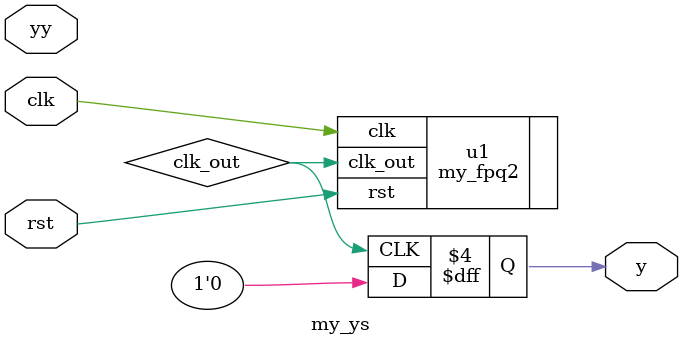
<source format=v>
module my_ys(clk,rst,yy,y);
input clk,rst,yy;
output y;
reg y;

my_fpq2 u1(.clk(clk),.rst(rst),.clk_out(clk_out));

always @(posedge clk_out) 
   begin
	if (rst) 
	 begin
	  y <= 0;
	 end
	else 
	 begin
	  y <= 0;
    end
   end
endmodule
</source>
